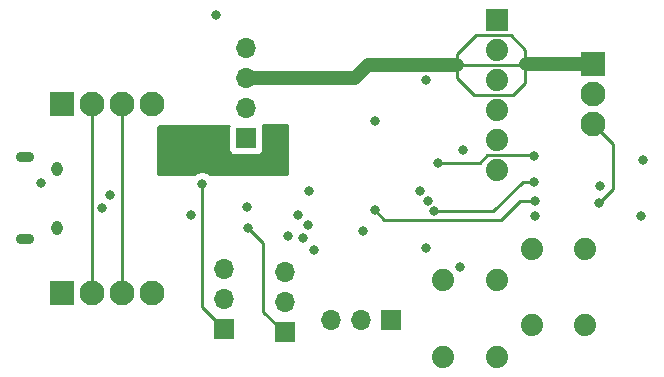
<source format=gbr>
%TF.GenerationSoftware,KiCad,Pcbnew,6.0.11-2627ca5db0~126~ubuntu22.04.1*%
%TF.CreationDate,2023-02-28T23:03:16-05:00*%
%TF.ProjectId,canbus-linbus-bridge,63616e62-7573-42d6-9c69-6e6275732d62,1.0*%
%TF.SameCoordinates,Original*%
%TF.FileFunction,Copper,L3,Inr*%
%TF.FilePolarity,Positive*%
%FSLAX46Y46*%
G04 Gerber Fmt 4.6, Leading zero omitted, Abs format (unit mm)*
G04 Created by KiCad (PCBNEW 6.0.11-2627ca5db0~126~ubuntu22.04.1) date 2023-02-28 23:03:16*
%MOMM*%
%LPD*%
G01*
G04 APERTURE LIST*
%TA.AperFunction,ComponentPad*%
%ADD10R,2.100000X2.100000*%
%TD*%
%TA.AperFunction,ComponentPad*%
%ADD11C,2.100000*%
%TD*%
%TA.AperFunction,ComponentPad*%
%ADD12R,1.700000X1.700000*%
%TD*%
%TA.AperFunction,ComponentPad*%
%ADD13O,1.700000X1.700000*%
%TD*%
%TA.AperFunction,ComponentPad*%
%ADD14C,1.879600*%
%TD*%
%TA.AperFunction,ComponentPad*%
%ADD15R,1.879600X1.879600*%
%TD*%
%TA.AperFunction,ComponentPad*%
%ADD16O,0.950000X1.250000*%
%TD*%
%TA.AperFunction,ComponentPad*%
%ADD17O,1.550000X0.890000*%
%TD*%
%TA.AperFunction,ViaPad*%
%ADD18C,0.800000*%
%TD*%
%TA.AperFunction,Conductor*%
%ADD19C,1.200000*%
%TD*%
%TA.AperFunction,Conductor*%
%ADD20C,0.250000*%
%TD*%
G04 APERTURE END LIST*
D10*
%TO.N,+12V*%
%TO.C,J4*%
X104600000Y-74720000D03*
D11*
%TO.N,GND*%
X104600000Y-77260000D03*
%TO.N,LIN*%
X104600000Y-79800000D03*
%TD*%
D12*
%TO.N,CAN_RX*%
%TO.C,JP2*%
X73400000Y-97140000D03*
D13*
%TO.N,Net-(JP2-Pad2)*%
X73400000Y-94600000D03*
%TO.N,USB_D-*%
X73400000Y-92060000D03*
%TD*%
D10*
%TO.N,+BATT*%
%TO.C,J6*%
X59625000Y-94100000D03*
D11*
%TO.N,CANH*%
X62165000Y-94100000D03*
%TO.N,CANL*%
X64705000Y-94100000D03*
%TO.N,GND*%
X67245000Y-94100000D03*
%TD*%
D12*
%TO.N,SWDIO*%
%TO.C,J2*%
X87490000Y-96350000D03*
D13*
%TO.N,GND*%
X84950000Y-96350000D03*
%TO.N,SWDCLK*%
X82410000Y-96350000D03*
%TD*%
D14*
%TO.N,+3V3*%
%TO.C,S1*%
X96435600Y-92998800D03*
%TO.N,unconnected-(S1-Pad2)*%
X96435600Y-99501200D03*
%TO.N,Net-(R1-Pad1)*%
X91914400Y-92998800D03*
%TO.N,unconnected-(S1-Pad4)*%
X91914400Y-99501200D03*
%TD*%
D15*
%TO.N,unconnected-(J3-Pad1)*%
%TO.C,J3*%
X96500000Y-70990000D03*
D14*
%TO.N,RXD*%
X96500000Y-73530000D03*
%TO.N,TXD*%
X96500000Y-76070000D03*
%TO.N,Net-(J3-Pad4)*%
X96500000Y-78610000D03*
%TO.N,unconnected-(J3-Pad5)*%
X96500000Y-81150000D03*
%TO.N,GND*%
X96500000Y-83690000D03*
%TD*%
D10*
%TO.N,+BATT*%
%TO.C,J5*%
X59660000Y-78075000D03*
D11*
%TO.N,CANH*%
X62200000Y-78075000D03*
%TO.N,CANL*%
X64740000Y-78075000D03*
%TO.N,GND*%
X67280000Y-78075000D03*
%TD*%
D12*
%TO.N,+5V*%
%TO.C,U3*%
X75247300Y-81002600D03*
D13*
%TO.N,GND*%
X75247300Y-78462600D03*
%TO.N,+12V*%
X75247300Y-75922600D03*
%TO.N,unconnected-(U3-Pad4)*%
X75247300Y-73382600D03*
%TD*%
D14*
%TO.N,GND*%
%TO.C,S2*%
X103960600Y-90323800D03*
%TO.N,unconnected-(S2-Pad2)*%
X103960600Y-96826200D03*
%TO.N,~{RESET}*%
X99439400Y-90323800D03*
%TO.N,unconnected-(S2-Pad4)*%
X99439400Y-96826200D03*
%TD*%
D16*
%TO.N,GND*%
%TO.C,J1*%
X59210000Y-83550000D03*
D17*
X56510000Y-82550000D03*
X56510000Y-89550000D03*
D16*
X59210000Y-88550000D03*
%TD*%
D12*
%TO.N,CAN_TX*%
%TO.C,JP3*%
X78525000Y-97425000D03*
D13*
%TO.N,Net-(JP3-Pad2)*%
X78525000Y-94885000D03*
%TO.N,USB_D+*%
X78525000Y-92345000D03*
%TD*%
D18*
%TO.N,+12V*%
X93084800Y-74794800D03*
X98845200Y-74794800D03*
%TO.N,RXD*%
X91475000Y-83075000D03*
%TO.N,TXD*%
X99700000Y-87530000D03*
%TO.N,~{LIN_WAKE}*%
X99700000Y-86310000D03*
%TO.N,~{LIN_SLP}*%
X99650000Y-84660000D03*
%TO.N,RXD*%
X99650000Y-82510000D03*
%TO.N,+3V3*%
X86160000Y-79520000D03*
X90480000Y-76030000D03*
%TO.N,Net-(D1-Pad2)*%
X108870000Y-82800000D03*
%TO.N,LIN*%
X105110000Y-86470000D03*
%TO.N,+12V*%
X105220000Y-85020000D03*
%TO.N,GND*%
X108670000Y-87550000D03*
X80450000Y-88350000D03*
X72725000Y-70575000D03*
X93350000Y-91850000D03*
X80600000Y-85425000D03*
X75300000Y-86775000D03*
%TO.N,+3V3*%
X78150000Y-80600000D03*
X85100000Y-88800000D03*
X93575000Y-81950000D03*
X78750000Y-89250000D03*
X68975000Y-82275000D03*
%TO.N,VBUS*%
X57884502Y-84775000D03*
%TO.N,USB_D-*%
X63750000Y-85825000D03*
%TO.N,USB_D+*%
X63050000Y-86875000D03*
%TO.N,~{LIN_SLP}*%
X91125000Y-87150000D03*
%TO.N,CAN_RX*%
X71525000Y-84850000D03*
%TO.N,Net-(JP2-Pad2)*%
X80025000Y-89475000D03*
%TO.N,CAN_TX*%
X75400000Y-88550000D03*
%TO.N,Net-(JP3-Pad2)*%
X80950000Y-90450000D03*
%TO.N,~{LIN_WAKE}*%
X86125000Y-87100000D03*
%TO.N,CAN_STBY*%
X70550000Y-87450000D03*
X79650000Y-87500000D03*
%TO.N,TXD*%
X90600000Y-86275000D03*
%TO.N,RXD*%
X89990592Y-85482770D03*
%TO.N,~{RESET}*%
X90475000Y-90300000D03*
%TD*%
D19*
%TO.N,+12V*%
X93084800Y-74794800D02*
X85545200Y-74794800D01*
D20*
X98845200Y-74794800D02*
X93135200Y-74794800D01*
X93135200Y-74794800D02*
X93100000Y-74830000D01*
D19*
X104600000Y-74720000D02*
X98920000Y-74720000D01*
D20*
X98920000Y-74720000D02*
X98845200Y-74794800D01*
X93084800Y-74794800D02*
X93084800Y-75924800D01*
X93084800Y-75924800D02*
X94494800Y-77334800D01*
X98850000Y-76290000D02*
X98850000Y-74830000D01*
X94494800Y-77334800D02*
X97805200Y-77334800D01*
X97805200Y-77334800D02*
X98850000Y-76290000D01*
X93084800Y-74794800D02*
X93084800Y-73865200D01*
X93084800Y-73865200D02*
X94695200Y-72254800D01*
X94695200Y-72254800D02*
X97624800Y-72254800D01*
X97624800Y-72254800D02*
X98845200Y-73475200D01*
X98845200Y-73475200D02*
X98845200Y-74794800D01*
D19*
X85545200Y-74794800D02*
X84417400Y-75922600D01*
X84417400Y-75922600D02*
X75247300Y-75922600D01*
D20*
%TO.N,RXD*%
X91475000Y-83075000D02*
X94995000Y-83075000D01*
X94995000Y-83075000D02*
X95644800Y-82425200D01*
X95644800Y-82425200D02*
X99565200Y-82425200D01*
X99565200Y-82425200D02*
X99650000Y-82510000D01*
%TO.N,~{LIN_SLP}*%
X91125000Y-87150000D02*
X96170000Y-87150000D01*
X96170000Y-87150000D02*
X98660000Y-84660000D01*
X98660000Y-84660000D02*
X99650000Y-84660000D01*
%TO.N,~{LIN_WAKE}*%
X86125000Y-87100000D02*
X86900000Y-87875000D01*
X86900000Y-87875000D02*
X96845000Y-87875000D01*
X96845000Y-87875000D02*
X98410000Y-86310000D01*
X98410000Y-86310000D02*
X99700000Y-86310000D01*
%TO.N,LIN*%
X105110000Y-86470000D02*
X106300000Y-85280000D01*
X106300000Y-85280000D02*
X106300000Y-81500000D01*
X106300000Y-81500000D02*
X104600000Y-79800000D01*
%TO.N,CANH*%
X62165000Y-78110000D02*
X62200000Y-78075000D01*
X62165000Y-94100000D02*
X62165000Y-78110000D01*
%TO.N,CANL*%
X64705000Y-94100000D02*
X64705000Y-78110000D01*
X64705000Y-78110000D02*
X64740000Y-78075000D01*
%TO.N,CAN_RX*%
X71525000Y-95265000D02*
X73400000Y-97140000D01*
X71525000Y-84850000D02*
X71525000Y-95265000D01*
%TO.N,CAN_TX*%
X76700000Y-95725000D02*
X78400000Y-97425000D01*
X78400000Y-97425000D02*
X78525000Y-97425000D01*
X76700000Y-89850000D02*
X76700000Y-95725000D01*
X75400000Y-88550000D02*
X76700000Y-89850000D01*
%TD*%
%TA.AperFunction,Conductor*%
%TO.N,+3V3*%
G36*
X78791165Y-79820532D02*
G01*
X78838139Y-79873768D01*
X78850000Y-79927138D01*
X78850000Y-84024000D01*
X78829998Y-84092121D01*
X78776342Y-84138614D01*
X78724000Y-84150000D01*
X72148105Y-84150000D01*
X72074044Y-84125936D01*
X71987094Y-84062763D01*
X71987093Y-84062762D01*
X71981752Y-84058882D01*
X71975724Y-84056198D01*
X71975722Y-84056197D01*
X71813319Y-83983891D01*
X71813318Y-83983891D01*
X71807288Y-83981206D01*
X71713887Y-83961353D01*
X71626944Y-83942872D01*
X71626939Y-83942872D01*
X71620487Y-83941500D01*
X71429513Y-83941500D01*
X71423061Y-83942872D01*
X71423056Y-83942872D01*
X71336113Y-83961353D01*
X71242712Y-83981206D01*
X71236682Y-83983891D01*
X71236681Y-83983891D01*
X71074278Y-84056197D01*
X71074276Y-84056198D01*
X71068248Y-84058882D01*
X71062907Y-84062762D01*
X71062906Y-84062763D01*
X70975956Y-84125936D01*
X70901895Y-84150000D01*
X67851000Y-84150000D01*
X67782879Y-84129998D01*
X67736386Y-84076342D01*
X67725000Y-84024000D01*
X67725000Y-80024873D01*
X67745002Y-79956752D01*
X67798658Y-79910259D01*
X67849867Y-79898878D01*
X70256931Y-79877241D01*
X73786393Y-79845516D01*
X73854689Y-79864904D01*
X73901663Y-79918140D01*
X73912398Y-79988320D01*
X73905506Y-80015739D01*
X73895555Y-80042284D01*
X73888800Y-80104466D01*
X73888800Y-81900734D01*
X73895555Y-81962916D01*
X73946685Y-82099305D01*
X74034039Y-82215861D01*
X74150595Y-82303215D01*
X74286984Y-82354345D01*
X74349166Y-82361100D01*
X76145434Y-82361100D01*
X76207616Y-82354345D01*
X76344005Y-82303215D01*
X76460561Y-82215861D01*
X76547915Y-82099305D01*
X76599045Y-81962916D01*
X76605800Y-81900734D01*
X76605800Y-80104466D01*
X76599045Y-80042284D01*
X76579289Y-79989585D01*
X76574106Y-79918779D01*
X76608026Y-79856410D01*
X76670281Y-79822281D01*
X76696138Y-79819361D01*
X78722867Y-79801143D01*
X78791165Y-79820532D01*
G37*
%TD.AperFunction*%
%TD*%
M02*

</source>
